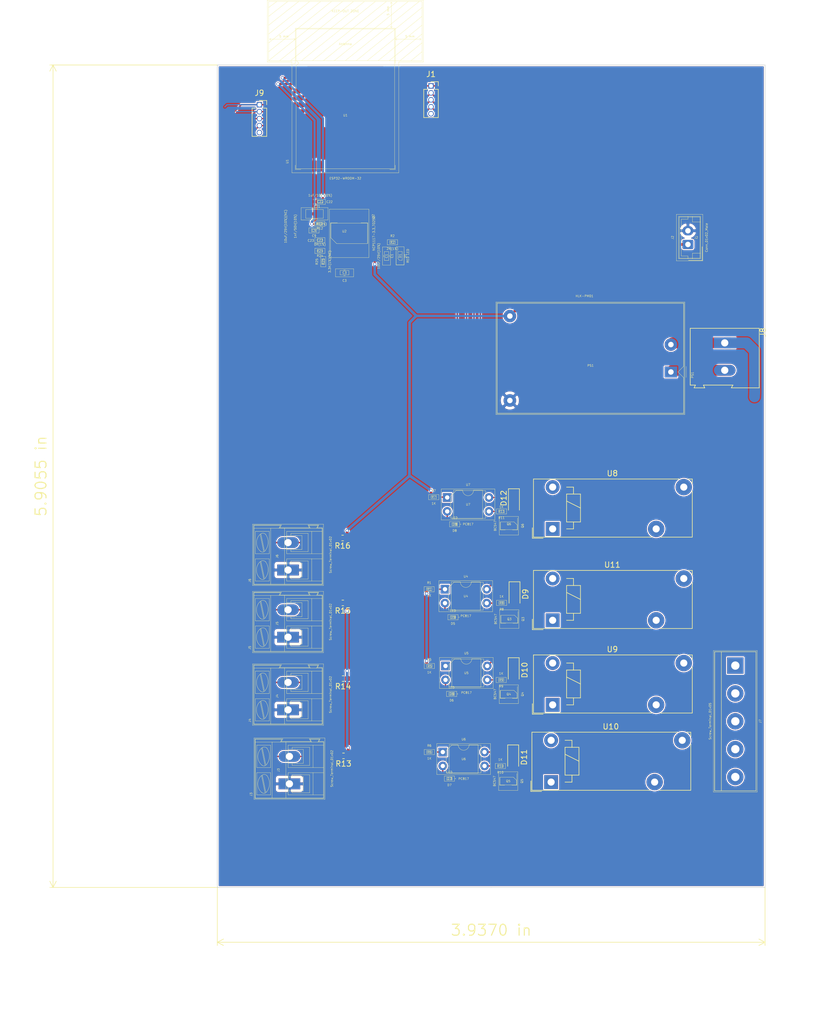
<source format=kicad_pcb>
(kicad_pcb (version 20171130) (host pcbnew "(5.1.5)-3")
  (title_block (title "Eulid IoT") (rev V1) (company "Author: manu S, Sourabh ") (comment 1 Confidential))
  (layers (0 F.Cu signal) (1 Gnd signal) (2 Vdd power) (31 B.Cu signal) (34 B.Paste user) (35 F.Paste user) (36 B.SilkS user) (37 F.SilkS user) (38 B.Mask user) (39 F.Mask user) (44 Edge.Cuts user))
  (net 0 "")
  (net 1 GND)
  (net 2 "Net-(C9-Pad1)")
  (net 3 "Net-(C23-Pad1)")
  (net 4 "Net-(D1-Pad2)")
  (net 5 "Net-(R7-Pad2)")
  (net 6 /TXD0)
  (net 7 /RXD0)
  (net 8 /IO13)
  (net 9 /IO15)
  (net 10 /IO23)
  (net 11 /IO22)
  (net 12 /IO21)
  (net 13 "Net-(U1-Pad32)")
  (net 14 /IO19)
  (net 15 /IO18)
  (net 16 /IO5)
  (net 17 /IO17)
  (net 18 /IO16)
  (net 19 /IO4)
  (net 20 /SD1)
  (net 21 /SD0)
  (net 22 /CLK)
  (net 23 /CMD)
  (net 24 /SD3)
  (net 25 /SD2)
  (net 26 /IO12)
  (net 27 /IO14)
  (net 28 /IO27)
  (net 29 /IO26)
  (net 30 /IO25)
  (net 31 /IO33)
  (net 32 /IO32)
  (net 33 /IO35)
  (net 34 /IO34)
  (net 35 /SENSOR_VN)
  (net 36 /SENSOR_VP)
  (net 37 +5V)
  (net 38 +3V3)
  (net 39 "Net-(D6-Pad2)")
  (net 40 "Net-(D7-Pad2)")
  (net 41 "Net-(D8-Pad2)")
  (net 42 "Net-(D9-Pad2)")
  (net 43 "Net-(D9-Pad1)")
  (net 44 "Net-(D10-Pad2)")
  (net 45 "Net-(D10-Pad1)")
  (net 46 "Net-(D11-Pad2)")
  (net 47 "Net-(D11-Pad1)")
  (net 48 "Net-(D12-Pad2)")
  (net 49 "Net-(D12-Pad1)")
  (net 50 "Net-(Q3-Pad2)")
  (net 51 "Net-(Q4-Pad2)")
  (net 52 "Net-(Q5-Pad2)")
  (net 53 "Net-(Q6-Pad2)")
  (net 54 "Net-(R1-Pad2)")
  (net 55 "Net-(R5-Pad2)")
  (net 56 "Net-(R6-Pad2)")
  (net 57 "Net-(R8-Pad2)")
  (net 58 "Net-(R9-Pad2)")
  (net 59 "Net-(R10-Pad2)")
  (net 60 "Net-(R11-Pad2)")
  (net 61 "Net-(U1-Pad25)")
  (net 62 "Net-(U1-Pad24)")
  (net 63 "Net-(D5-Pad2)")
  (net 64 "Net-(J7-Pad5)")
  (net 65 "Net-(J7-Pad4)")
  (net 66 "Net-(J7-Pad1)")
  (net 67 "Net-(J7-Pad3)")
  (net 68 "Net-(J7-Pad2)")
  (net 69 "Net-(J8-Pad2)")
  (net 70 "Net-(J8-Pad1)")
  (net 71 "Net-(J1-Pad5)")
  (net 72 "Net-(J9-Pad5)")
  (module Connector_PinSocket_1.27mm:PinSocket_1x05_P1.27mm_Vertical (layer F.Cu) (at 60.68 28.24)
    (fp_text reference J9 (at 0 -2.135) (layer F.SilkS))
    (fp_text value Conn_01x05_Male)
    (pad 5 thru_hole oval (at 0 5.08) (size 1 1) (drill 0.7) (layers *.Cu *.Mask) (net 72 "Net-(J9-Pad5)"))
    (pad 4 thru_hole oval (at 0 3.81) (size 1 1) (drill 0.7) (layers *.Cu *.Mask) (net 31 /IO33))
    (pad 3 thru_hole oval (at 0 2.54) (size 1 1) (drill 0.7) (layers *.Cu *.Mask) (net 32 /IO32))
    (pad 2 thru_hole oval (at 0 1.27) (size 1 1) (drill 0.7) (layers *.Cu *.Mask) (net 33 /IO35))
    (pad 1 thru_hole rect (at 0 0) (size 1 1) (drill 0.7) (layers *.Cu *.Mask) (net 34 /IO34))
  )
  (module Capacitor_SMD:C_0402_1005Metric (layer F.Cu) (at 71.785 45.94 180)
    (fp_text reference C22 (at -1.685 -0.03) (layer F.SilkS) (effects (font (size 0.4 0.4) (thickness 0.05))))
    (fp_text value "1uF/10V(10%)" (at 0 1.17) (layer F.SilkS) (effects (font (size 0.4 0.4) (thickness 0.05))))
    (fp_text user %R (at 0 0) (layer F.SilkS) (effects (font (size 0.4 0.4) (thickness 0.05))))
    (pad 1 smd roundrect (at -0.485 0 180) (size 0.59 0.64) (layers F.Cu F.Paste F.Mask) (net 38 +3V3))
    (pad 2 smd roundrect (at 0.485 0 180) (size 0.59 0.64) (layers F.Cu F.Paste F.Mask) (net 1 GND))
  )
  (module Connector_PinSocket_1.27mm:PinSocket_1x05_P1.27mm_Vertical (layer F.Cu) (at 92.01 24.81)
    (fp_text reference J1 (at 0 -2.135) (layer F.SilkS))
    (fp_text value Conn_01x05_Male)
    (pad 5 thru_hole oval (at 0 5.08) (size 1 1) (drill 0.7) (layers *.Cu *.Mask) (net 71 "Net-(J1-Pad5)"))
    (pad 4 thru_hole oval (at 0 3.81) (size 1 1) (drill 0.7) (layers *.Cu *.Mask) (net 14 /IO19))
    (pad 3 thru_hole oval (at 0 2.54) (size 1 1) (drill 0.7) (layers *.Cu *.Mask) (net 12 /IO21))
    (pad 2 thru_hole oval (at 0 1.27) (size 1 1) (drill 0.7) (layers *.Cu *.Mask) (net 11 /IO22))
    (pad 1 thru_hole rect (at 0 0) (size 1 1) (drill 0.7) (layers *.Cu *.Mask) (net 10 /IO23))
  )
  (module Resistor_SMD:R_0603_1608Metric (layer F.Cu) (at 75.8725 107.26 180)
    (fp_text reference R16 (at 0 -1.43) (layer F.SilkS))
    (fp_text value 10k)
    (pad 2 smd roundrect (at 0.7875 0 180) (size 0.875 0.95) (layers F.Cu F.Paste F.Mask) (net 31 /IO33))
    (pad 1 smd roundrect (at -0.7875 0 180) (size 0.875 0.95) (layers F.Cu F.Paste F.Mask) (net 37 +5V))
  )
  (module Resistor_SMD:R_0603_1608Metric (layer F.Cu) (at 75.91 119.11 180)
    (fp_text reference R15 (at 0 -1.43) (layer F.SilkS))
    (fp_text value 10k)
    (pad 2 smd roundrect (at 0.7875 0 180) (size 0.875 0.95) (layers F.Cu F.Paste F.Mask) (net 32 /IO32))
    (pad 1 smd roundrect (at -0.7875 0 180) (size 0.875 0.95) (layers F.Cu F.Paste F.Mask) (net 37 +5V))
  )
  (module Resistor_SMD:R_0603_1608Metric (layer F.Cu) (at 75.9475 132.91 180)
    (fp_text reference R14 (at 0 -1.43) (layer F.SilkS))
    (fp_text value 10k)
    (pad 2 smd roundrect (at 0.7875 0 180) (size 0.875 0.95) (layers F.Cu F.Paste F.Mask) (net 33 /IO35))
    (pad 1 smd roundrect (at -0.7875 0 180) (size 0.875 0.95) (layers F.Cu F.Paste F.Mask) (net 37 +5V))
  )
  (module Resistor_SMD:R_0603_1608Metric_Pad1.05x0.95mm_HandSolder (layer F.Cu) (at 76.035 147.01 180)
    (fp_text reference R13 (at 0 -1.43) (layer F.SilkS))
    (fp_text value 10k)
    (pad 2 smd roundrect (at 0.875 0 180) (size 1.05 0.95) (layers F.Cu F.Paste F.Mask) (net 34 /IO34))
    (pad 1 smd roundrect (at -0.875 0 180) (size 1.05 0.95) (layers F.Cu F.Paste F.Mask) (net 37 +5V))
  )
  (module Diode_SMD:D_SOD-123 (layer F.Cu) (at 107.15 100.54 270)
    (fp_text reference D12 (at -0.53 1.86 90) (layer F.SilkS))
    (fp_text value 1N4007)
    (pad 2 smd rect (at 1.65 0 270) (size 0.9 1.2) (layers F.Cu F.Paste F.Mask) (net 48 "Net-(D12-Pad2)"))
    (pad 1 smd rect (at -1.65 0 270) (size 0.9 1.2) (layers F.Cu F.Paste F.Mask) (net 49 "Net-(D12-Pad1)"))
  )
  (module Diode_SMD:D_SOD-123 (layer F.Cu) (at 107.01 147.26 270)
    (fp_text reference D11 (at 0 -2 90) (layer F.SilkS))
    (fp_text value 1N4007)
    (pad 2 smd rect (at 1.65 0 270) (size 0.9 1.2) (layers F.Cu F.Paste F.Mask) (net 46 "Net-(D11-Pad2)"))
    (pad 1 smd rect (at -1.65 0 270) (size 0.9 1.2) (layers F.Cu F.Paste F.Mask) (net 47 "Net-(D11-Pad1)"))
  )
  (module Diode_SMD:D_SOD-123 (layer F.Cu) (at 107.11 131.36 270)
    (fp_text reference D10 (at 0 -2 90) (layer F.SilkS))
    (fp_text value 1N4007)
    (pad 2 smd rect (at 1.65 0 270) (size 0.9 1.2) (layers F.Cu F.Paste F.Mask) (net 44 "Net-(D10-Pad2)"))
    (pad 1 smd rect (at -1.65 0 270) (size 0.9 1.2) (layers F.Cu F.Paste F.Mask) (net 45 "Net-(D10-Pad1)"))
  )
  (module Diode_SMD:D_SOD-123 (layer F.Cu) (at 107.26 117.51 270)
    (fp_text reference D9 (at 0 -2 90) (layer F.SilkS))
    (fp_text value 1N4007)
    (pad 2 smd rect (at 1.65 0 270) (size 0.9 1.2) (layers F.Cu F.Paste F.Mask) (net 42 "Net-(D9-Pad2)"))
    (pad 1 smd rect (at -1.65 0 270) (size 0.9 1.2) (layers F.Cu F.Paste F.Mask) (net 43 "Net-(D9-Pad1)"))
  )
  (module Relay_THT:Relay_1-Form-A_Schrack-RYII_RM5mm (layer F.Cu) (at 114.22 122.28)
    (fp_text reference U11 (at 10.9 -10.12) (layer F.SilkS))
    (fp_text value RZ03-1A3-D005)
    (pad 11 thru_hole circle (at 18.9 0) (size 3 3) (drill 1.3) (layers *.Cu *.Mask) (net 67 "Net-(J7-Pad3)"))
    (pad 14 thru_hole circle (at 23.94 -7.62) (size 3 3) (drill 1.3) (layers *.Cu *.Mask))
    (pad A1 thru_hole rect (at 0 0) (size 2.54 2.54) (drill 1.3) (layers *.Cu *.Mask))
    (pad A2 thru_hole circle (at 0 -7.62) (size 2.54 2.54) (drill 1.3) (layers *.Cu *.Mask))
  )
  (module Relay_THT:Relay_1-Form-A_Schrack-RYII_RM5mm (layer F.Cu) (at 113.94 151.79)
    (fp_text reference U10 (at 10.9 -10.12) (layer F.SilkS))
    (fp_text value RZ03-1A3-D005)
    (pad 11 thru_hole circle (at 18.9 0) (size 3 3) (drill 1.3) (layers *.Cu *.Mask) (net 64 "Net-(J7-Pad5)"))
    (pad 14 thru_hole circle (at 23.94 -7.62) (size 3 3) (drill 1.3) (layers *.Cu *.Mask))
    (pad A1 thru_hole rect (at 0 0) (size 2.54 2.54) (drill 1.3) (layers *.Cu *.Mask))
    (pad A2 thru_hole circle (at 0 -7.62) (size 2.54 2.54) (drill 1.3) (layers *.Cu *.Mask))
  )
  (module Relay_THT:Relay_1-Form-A_Schrack-RYII_RM5mm (layer F.Cu) (at 114.22 137.7)
    (fp_text reference U9 (at 10.9 -10.12) (layer F.SilkS))
    (fp_text value RZ03-1A3-D005)
    (pad 11 thru_hole circle (at 18.9 0) (size 3 3) (drill 1.3) (layers *.Cu *.Mask) (net 65 "Net-(J7-Pad4)"))
    (pad 14 thru_hole circle (at 23.94 -7.62) (size 3 3) (drill 1.3) (layers *.Cu *.Mask))
    (pad A1 thru_hole rect (at 0 0) (size 2.54 2.54) (drill 1.3) (layers *.Cu *.Mask))
    (pad A2 thru_hole circle (at 0 -7.62) (size 2.54 2.54) (drill 1.3) (layers *.Cu *.Mask))
  )
  (module Relay_THT:Relay_1-Form-A_Schrack-RYII_RM5mm (layer F.Cu) (at 114.22 105.61)
    (fp_text reference U8 (at 10.9 -10.12) (layer F.SilkS))
    (fp_text value RZ03-1A3-D005)
    (pad 11 thru_hole circle (at 18.9 0) (size 3 3) (drill 1.3) (layers *.Cu *.Mask) (net 68 "Net-(J7-Pad2)"))
    (pad 14 thru_hole circle (at 23.94 -7.62) (size 3 3) (drill 1.3) (layers *.Cu *.Mask))
    (pad A1 thru_hole rect (at 0 0) (size 2.54 2.54) (drill 1.3) (layers *.Cu *.Mask))
    (pad A2 thru_hole circle (at 0 -7.62) (size 2.54 2.54) (drill 1.3) (layers *.Cu *.Mask))
  )
  (module TerminalBlock:TerminalBlock_Altech_AK300-2_P5.00mm (layer F.Cu) (at 145.64 71.68 270)
    (fp_text reference J8 (at -1.92 -6.99 90) (layer F.SilkS))
    (fp_text value Screw_Terminal_01x02)
    (pad 2 thru_hole oval (at 5 0 270) (size 1.98 3.96) (drill 1.32) (layers *.Cu *.Mask) (net 69 "Net-(J8-Pad2)"))
    (pad 1 thru_hole rect (at 0 0 270) (size 1.98 3.96) (drill 1.32) (layers *.Cu *.Mask) (net 70 "Net-(J8-Pad1)"))
  )
  (module TerminalBlock:TerminalBlock_bornier-5_P5.08mm (layer F.Cu) (at 147.57 130.54 270)
    (fp_text reference J7 (at 10.15 -4.55 90) (layer F.SilkS) (effects (font (size 0.4 0.4) (thickness 0.05))))
    (fp_text value Screw_Terminal_01x05 (at 10.15 4.6 90) (layer F.SilkS) (effects (font (size 0.4 0.4) (thickness 0.05))))
    (fp_text user %R (at 10.16 0 90) (layer F.SilkS) (effects (font (size 0.4 0.4) (thickness 0.05))))
    (pad 5 thru_hole circle (at 20.32 0 270) (size 3 3) (drill 1.52) (layers *.Cu *.Mask) (net 64 "Net-(J7-Pad5)"))
    (pad 4 thru_hole circle (at 15.24 0 270) (size 3 3) (drill 1.52) (layers *.Cu *.Mask) (net 65 "Net-(J7-Pad4)"))
    (pad 1 thru_hole rect (at 0 0 270) (size 3 3) (drill 1.52) (layers *.Cu *.Mask) (net 66 "Net-(J7-Pad1)"))
    (pad 3 thru_hole circle (at 10.16 0 270) (size 3 3) (drill 1.52) (layers *.Cu *.Mask) (net 67 "Net-(J7-Pad3)"))
    (pad 2 thru_hole circle (at 5.08 0 270) (size 3 3) (drill 1.52) (layers *.Cu *.Mask) (net 68 "Net-(J7-Pad2)"))
  )
  (module TerminalBlock:TerminalBlock_Altech_AK300-2_P5.00mm (layer F.Cu) (at 65.91 113.11 90)
    (fp_text reference J6 (at -1.92 -6.99 90) (layer F.SilkS) (effects (font (size 0.4 0.4) (thickness 0.05))))
    (fp_text value Screw_Terminal_01x02 (at 2.78 7.75 90) (layer F.SilkS) (effects (font (size 0.4 0.4) (thickness 0.05))))
    (fp_text user %R (at 2.5 -2 90) (layer F.SilkS) (effects (font (size 0.4 0.4) (thickness 0.05))))
    (pad 2 thru_hole oval (at 5 0 90) (size 1.98 3.96) (drill 1.32) (layers *.Cu *.Mask) (net 31 /IO33))
    (pad 1 thru_hole rect (at 0 0 90) (size 1.98 3.96) (drill 1.32) (layers *.Cu *.Mask) (net 1 GND))
  )
  (module TerminalBlock:TerminalBlock_Altech_AK300-2_P5.00mm (layer F.Cu) (at 65.91 125.36 90)
    (fp_text reference J5 (at -1.92 -6.99 90) (layer F.SilkS) (effects (font (size 0.4 0.4) (thickness 0.05))))
    (fp_text value Screw_Terminal_01x02 (at 2.78 7.75 90) (layer F.SilkS) (effects (font (size 0.4 0.4) (thickness 0.05))))
    (fp_text user %R (at 2.5 -2 90) (layer F.SilkS) (effects (font (size 0.4 0.4) (thickness 0.05))))
    (pad 2 thru_hole oval (at 5 0 90) (size 1.98 3.96) (drill 1.32) (layers *.Cu *.Mask) (net 32 /IO32))
    (pad 1 thru_hole rect (at 0 0 90) (size 1.98 3.96) (drill 1.32) (layers *.Cu *.Mask) (net 1 GND))
  )
  (module TerminalBlock:TerminalBlock_Altech_AK300-2_P5.00mm (layer F.Cu) (at 65.91 138.61 90)
    (fp_text reference J4 (at -1.92 -6.99 90) (layer F.SilkS) (effects (font (size 0.4 0.4) (thickness 0.05))))
    (fp_text value Screw_Terminal_01x02 (at 2.78 7.75 90) (layer F.SilkS) (effects (font (size 0.4 0.4) (thickness 0.05))))
    (fp_text user %R (at 2.5 -2 90) (layer F.SilkS) (effects (font (size 0.4 0.4) (thickness 0.05))))
    (pad 2 thru_hole oval (at 5 0 90) (size 1.98 3.96) (drill 1.32) (layers *.Cu *.Mask) (net 33 /IO35))
    (pad 1 thru_hole rect (at 0 0 90) (size 1.98 3.96) (drill 1.32) (layers *.Cu *.Mask) (net 1 GND))
  )
  (module TerminalBlock:TerminalBlock_Altech_AK300-2_P5.00mm (layer F.Cu) (at 66.16 152.11 90)
    (fp_text reference J3 (at -1.92 -6.99 90) (layer F.SilkS) (effects (font (size 0.4 0.4) (thickness 0.05))))
    (fp_text value Screw_Terminal_01x02 (at 2.78 7.75 90) (layer F.SilkS) (effects (font (size 0.4 0.4) (thickness 0.05))))
    (fp_text user %R (at 2.5 -2 90) (layer F.SilkS) (effects (font (size 0.4 0.4) (thickness 0.05))))
    (pad 2 thru_hole oval (at 5 0 90) (size 1.98 3.96) (drill 1.32) (layers *.Cu *.Mask) (net 34 /IO34))
    (pad 1 thru_hole rect (at 0 0 90) (size 1.98 3.96) (drill 1.32) (layers *.Cu *.Mask) (net 1 GND))
  )
  (module LED_SMD:LED_0402_1005Metric (layer F.Cu) (at 96.025 121.71 180)
    (fp_text reference D5 (at 0 -1.17) (layer F.SilkS) (effects (font (size 0.4 0.4) (thickness 0.05))))
    (fp_text value LED (at 0 1.17) (layer F.SilkS) (effects (font (size 0.4 0.4) (thickness 0.05))))
    (fp_text user %R (at 0 0) (layer F.SilkS) (effects (font (size 0.4 0.4) (thickness 0.05))))
    (pad 2 smd roundrect (at 0.485 0 180) (size 0.59 0.64) (layers F.Cu F.Paste F.Mask) (net 63 "Net-(D5-Pad2)"))
    (pad 1 smd roundrect (at -0.485 0 180) (size 0.59 0.64) (layers F.Cu F.Paste F.Mask) (net 12 /IO21))
  )
  (module Package_DIP:DIP-4_W7.62mm (layer F.Cu) (at 94.97 99.88)
    (fp_text reference U7 (at 3.81 -2.33) (layer F.SilkS) (effects (font (size 0.4 0.4) (thickness 0.05))))
    (fp_text value PC817 (at 3.81 4.87) (layer F.SilkS) (effects (font (size 0.4 0.4) (thickness 0.05))))
    (fp_text user %R (at 3.81 1.27) (layer F.SilkS) (effects (font (size 0.4 0.4) (thickness 0.05))))
    (pad 4 thru_hole oval (at 7.62 0) (size 1.6 1.6) (drill 0.8) (layers *.Cu *.Mask) (net 49 "Net-(D12-Pad1)"))
    (pad 2 thru_hole oval (at 0 2.54) (size 1.6 1.6) (drill 0.8) (layers *.Cu *.Mask) (net 41 "Net-(D8-Pad2)"))
    (pad 3 thru_hole oval (at 7.62 2.54) (size 1.6 1.6) (drill 0.8) (layers *.Cu *.Mask) (net 60 "Net-(R11-Pad2)"))
    (pad 1 thru_hole rect (at 0 0) (size 1.6 1.6) (drill 0.8) (layers *.Cu *.Mask) (net 5 "Net-(R7-Pad2)"))
  )
  (module Package_DIP:DIP-4_W7.62mm (layer F.Cu) (at 94.16 146.31)
    (fp_text reference U6 (at 3.81 -2.33) (layer F.SilkS) (effects (font (size 0.4 0.4) (thickness 0.05))))
    (fp_text value PC817 (at 3.81 4.87) (layer F.SilkS) (effects (font (size 0.4 0.4) (thickness 0.05))))
    (fp_text user %R (at 3.81 1.27) (layer F.SilkS) (effects (font (size 0.4 0.4) (thickness 0.05))))
    (pad 4 thru_hole oval (at 7.62 0) (size 1.6 1.6) (drill 0.8) (layers *.Cu *.Mask) (net 47 "Net-(D11-Pad1)"))
    (pad 2 thru_hole oval (at 0 2.54) (size 1.6 1.6) (drill 0.8) (layers *.Cu *.Mask) (net 40 "Net-(D7-Pad2)"))
    (pad 3 thru_hole oval (at 7.62 2.54) (size 1.6 1.6) (drill 0.8) (layers *.Cu *.Mask) (net 59 "Net-(R10-Pad2)"))
    (pad 1 thru_hole rect (at 0 0) (size 1.6 1.6) (drill 0.8) (layers *.Cu *.Mask) (net 56 "Net-(R6-Pad2)"))
  )
  (module Package_DIP:DIP-4_W7.62mm (layer F.Cu) (at 94.66 130.61)
    (fp_text reference U5 (at 3.81 -2.33) (layer F.SilkS) (effects (font (size 0.4 0.4) (thickness 0.05))))
    (fp_text value PC817 (at 3.81 4.87) (layer F.SilkS) (effects (font (size 0.4 0.4) (thickness 0.05))))
    (fp_text user %R (at 3.81 1.27) (layer F.SilkS) (effects (font (size 0.4 0.4) (thickness 0.05))))
    (pad 4 thru_hole oval (at 7.62 0) (size 1.6 1.6) (drill 0.8) (layers *.Cu *.Mask) (net 45 "Net-(D10-Pad1)"))
    (pad 2 thru_hole oval (at 0 2.54) (size 1.6 1.6) (drill 0.8) (layers *.Cu *.Mask) (net 39 "Net-(D6-Pad2)"))
    (pad 3 thru_hole oval (at 7.62 2.54) (size 1.6 1.6) (drill 0.8) (layers *.Cu *.Mask) (net 58 "Net-(R9-Pad2)"))
    (pad 1 thru_hole rect (at 0 0) (size 1.6 1.6) (drill 0.8) (layers *.Cu *.Mask) (net 55 "Net-(R5-Pad2)"))
  )
  (module Package_DIP:DIP-4_W7.62mm (layer F.Cu) (at 94.56 116.61)
    (fp_text reference U4 (at 3.81 -2.33) (layer F.SilkS) (effects (font (size 0.4 0.4) (thickness 0.05))))
    (fp_text value PC817 (at 3.81 4.87) (layer F.SilkS) (effects (font (size 0.4 0.4) (thickness 0.05))))
    (fp_text user %R (at 3.81 1.27) (layer F.SilkS) (effects (font (size 0.4 0.4) (thickness 0.05))))
    (pad 4 thru_hole oval (at 7.62 0) (size 1.6 1.6) (drill 0.8) (layers *.Cu *.Mask) (net 43 "Net-(D9-Pad1)"))
    (pad 2 thru_hole oval (at 0 2.54) (size 1.6 1.6) (drill 0.8) (layers *.Cu *.Mask) (net 63 "Net-(D5-Pad2)"))
    (pad 3 thru_hole oval (at 7.62 2.54) (size 1.6 1.6) (drill 0.8) (layers *.Cu *.Mask) (net 57 "Net-(R8-Pad2)"))
    (pad 1 thru_hole rect (at 0 0) (size 1.6 1.6) (drill 0.8) (layers *.Cu *.Mask) (net 54 "Net-(R1-Pad2)"))
  )
  (module Resistor_SMD:R_0402_1005Metric (layer F.Cu) (at 104.885 102.42 180)
    (fp_text reference R11 (at 0 -1.17) (layer F.SilkS) (effects (font (size 0.4 0.4) (thickness 0.05))))
    (fp_text value 1K (at 0.015 0.81) (layer F.SilkS) (effects (font (size 0.4 0.4) (thickness 0.05))))
    (fp_text user %R (at 0 0) (layer F.SilkS) (effects (font (size 0.4 0.4) (thickness 0.05))))
    (pad 2 smd roundrect (at 0.485 0 180) (size 0.59 0.64) (layers F.Cu F.Paste F.Mask) (net 60 "Net-(R11-Pad2)"))
    (pad 1 smd roundrect (at -0.485 0 180) (size 0.59 0.64) (layers F.Cu F.Paste F.Mask) (net 53 "Net-(Q6-Pad2)"))
  )
  (module Resistor_SMD:R_0402_1005Metric (layer F.Cu) (at 104.675 148.86 180)
    (fp_text reference R10 (at 0 -1.17) (layer F.SilkS) (effects (font (size 0.4 0.4) (thickness 0.05))))
    (fp_text value 1K (at 0 1.17) (layer F.SilkS) (effects (font (size 0.4 0.4) (thickness 0.05))))
    (fp_text user %R (at 0 0) (layer F.SilkS) (effects (font (size 0.4 0.4) (thickness 0.05))))
    (pad 2 smd roundrect (at 0.485 0 180) (size 0.59 0.64) (layers F.Cu F.Paste F.Mask) (net 59 "Net-(R10-Pad2)"))
    (pad 1 smd roundrect (at -0.485 0 180) (size 0.59 0.64) (layers F.Cu F.Paste F.Mask) (net 52 "Net-(Q5-Pad2)"))
  )
  (module Resistor_SMD:R_0402_1005Metric (layer F.Cu) (at 104.825 133.16 180)
    (fp_text reference R9 (at 0 -1.17) (layer F.SilkS) (effects (font (size 0.4 0.4) (thickness 0.05))))
    (fp_text value 1K (at 0 1.17) (layer F.SilkS) (effects (font (size 0.4 0.4) (thickness 0.05))))
    (fp_text user %R (at 0 0) (layer F.SilkS) (effects (font (size 0.4 0.4) (thickness 0.05))))
    (pad 2 smd roundrect (at 0.485 0 180) (size 0.59 0.64) (layers F.Cu F.Paste F.Mask) (net 58 "Net-(R9-Pad2)"))
    (pad 1 smd roundrect (at -0.485 0 180) (size 0.59 0.64) (layers F.Cu F.Paste F.Mask) (net 51 "Net-(Q4-Pad2)"))
  )
  (module Resistor_SMD:R_0402_1005Metric (layer F.Cu) (at 104.895 119.11 180)
    (fp_text reference R8 (at 0 -1.17) (layer F.SilkS) (effects (font (size 0.4 0.4) (thickness 0.05))))
    (fp_text value 1K (at 0 1.17) (layer F.SilkS) (effects (font (size 0.4 0.4) (thickness 0.05))))
    (fp_text user %R (at 0 0) (layer F.SilkS) (effects (font (size 0.4 0.4) (thickness 0.05))))
    (pad 2 smd roundrect (at 0.485 0 180) (size 0.59 0.64) (layers F.Cu F.Paste F.Mask) (net 57 "Net-(R8-Pad2)"))
    (pad 1 smd roundrect (at -0.485 0 180) (size 0.59 0.64) (layers F.Cu F.Paste F.Mask) (net 50 "Net-(Q3-Pad2)"))
  )
  (module Resistor_SMD:R_0402_1005Metric (layer F.Cu) (at 92.51 99.81)
    (fp_text reference R7 (at 0 -1.17) (layer F.SilkS) (effects (font (size 0.4 0.4) (thickness 0.05))))
    (fp_text value 1K (at 0 1.17) (layer F.SilkS) (effects (font (size 0.4 0.4) (thickness 0.05))))
    (fp_text user %R (at 0 0) (layer F.SilkS) (effects (font (size 0.4 0.4) (thickness 0.05))))
    (pad 2 smd roundrect (at 0.485 0) (size 0.59 0.64) (layers F.Cu F.Paste F.Mask) (net 5 "Net-(R7-Pad2)"))
    (pad 1 smd roundrect (at -0.485 0) (size 0.59 0.64) (layers F.Cu F.Paste F.Mask) (net 37 +5V))
  )
  (module Resistor_SMD:R_0402_1005Metric (layer F.Cu) (at 91.71 146.31)
    (fp_text reference R6 (at 0 -1.17) (layer F.SilkS) (effects (font (size 0.4 0.4) (thickness 0.05))))
    (fp_text value 1K (at 0 1.17) (layer F.SilkS) (effects (font (size 0.4 0.4) (thickness 0.05))))
    (fp_text user %R (at 0 0) (layer F.SilkS) (effects (font (size 0.4 0.4) (thickness 0.05))))
    (pad 2 smd roundrect (at 0.485 0) (size 0.59 0.64) (layers F.Cu F.Paste F.Mask) (net 56 "Net-(R6-Pad2)"))
    (pad 1 smd roundrect (at -0.485 0) (size 0.59 0.64) (layers F.Cu F.Paste F.Mask) (net 37 +5V))
  )
  (module Resistor_SMD:R_0402_1005Metric (layer F.Cu) (at 91.71 130.61)
    (fp_text reference R5 (at 0 -1.17) (layer F.SilkS) (effects (font (size 0.4 0.4) (thickness 0.05))))
    (fp_text value 1K (at 0 1.17) (layer F.SilkS) (effects (font (size 0.4 0.4) (thickness 0.05))))
    (fp_text user %R (at 0.06 0.07) (layer F.SilkS) (effects (font (size 0.4 0.4) (thickness 0.05))))
    (pad 2 smd roundrect (at 0.485 0) (size 0.59 0.64) (layers F.Cu F.Paste F.Mask) (net 55 "Net-(R5-Pad2)"))
    (pad 1 smd roundrect (at -0.485 0) (size 0.59 0.64) (layers F.Cu F.Paste F.Mask) (net 37 +5V))
  )
  (module Resistor_SMD:R_0402_1005Metric (layer F.Cu) (at 91.675 116.61)
    (fp_text reference R1 (at 0 -1.17) (layer F.SilkS) (effects (font (size 0.4 0.4) (thickness 0.05))))
    (fp_text value 1K (at 0 1.17) (layer F.SilkS) (effects (font (size 0.4 0.4) (thickness 0.05))))
    (fp_text user %R (at 0 0) (layer F.SilkS) (effects (font (size 0.4 0.4) (thickness 0.05))))
    (pad 2 smd roundrect (at 0.485 0) (size 0.59 0.64) (layers F.Cu F.Paste F.Mask) (net 54 "Net-(R1-Pad2)"))
    (pad 1 smd roundrect (at -0.485 0) (size 0.59 0.64) (layers F.Cu F.Paste F.Mask) (net 37 +5V))
  )
  (module Package_TO_SOT_SMD:SOT-23 (layer F.Cu) (at 106.23 105.04 270)
    (fp_text reference Q6 (at 0 -2.5 90) (layer F.SilkS) (effects (font (size 0.4 0.4) (thickness 0.05))))
    (fp_text value BC547 (at 0 2.5 90) (layer F.SilkS) (effects (font (size 0.4 0.4) (thickness 0.05))))
    (fp_text user %R (at -0.32 -0.01) (layer F.SilkS) (effects (font (size 0.4 0.4) (thickness 0.05))))
    (pad 3 smd rect (at 1 0 270) (size 0.9 0.8) (layers F.Cu F.Paste F.Mask) (net 1 GND))
    (pad 2 smd rect (at -1 0.95 270) (size 0.9 0.8) (layers F.Cu F.Paste F.Mask) (net 53 "Net-(Q6-Pad2)"))
    (pad 1 smd rect (at -1 -0.95 270) (size 0.9 0.8) (layers F.Cu F.Paste F.Mask) (net 48 "Net-(D12-Pad2)"))
  )
  (module Package_TO_SOT_SMD:SOT-23 (layer F.Cu) (at 106.11 151.61 270)
    (fp_text reference Q5 (at 0 -2.5 90) (layer F.SilkS) (effects (font (size 0.4 0.4) (thickness 0.05))))
    (fp_text value BC547 (at 0 2.5 90) (layer F.SilkS) (effects (font (size 0.4 0.4) (thickness 0.05))))
    (fp_text user %R (at 0 0) (layer F.SilkS) (effects (font (size 0.4 0.4) (thickness 0.05))))
    (pad 3 smd rect (at 1 0 270) (size 0.9 0.8) (layers F.Cu F.Paste F.Mask) (net 1 GND))
    (pad 2 smd rect (at -1 0.95 270) (size 0.9 0.8) (layers F.Cu F.Paste F.Mask) (net 52 "Net-(Q5-Pad2)"))
    (pad 1 smd rect (at -1 -0.95 270) (size 0.9 0.8) (layers F.Cu F.Paste F.Mask) (net 46 "Net-(D11-Pad2)"))
  )
  (module Package_TO_SOT_SMD:SOT-23 (layer F.Cu) (at 106.21 135.76 270)
    (fp_text reference Q4 (at 0 -2.5 90) (layer F.SilkS) (effects (font (size 0.4 0.4) (thickness 0.05))))
    (fp_text value BC547 (at 0 2.5 90) (layer F.SilkS) (effects (font (size 0.4 0.4) (thickness 0.05))))
    (fp_text user %R (at 0 0) (layer F.SilkS) (effects (font (size 0.4 0.4) (thickness 0.05))))
    (pad 3 smd rect (at 1 0 270) (size 0.9 0.8) (layers F.Cu F.Paste F.Mask) (net 1 GND))
    (pad 2 smd rect (at -1 0.95 270) (size 0.9 0.8) (layers F.Cu F.Paste F.Mask) (net 51 "Net-(Q4-Pad2)"))
    (pad 1 smd rect (at -1 -0.95 270) (size 0.9 0.8) (layers F.Cu F.Paste F.Mask) (net 44 "Net-(D10-Pad2)"))
  )
  (module Package_TO_SOT_SMD:SOT-23 (layer F.Cu) (at 106.31 122.06 270)
    (fp_text reference Q3 (at 0 -2.5 90) (layer F.SilkS) (effects (font (size 0.4 0.4) (thickness 0.05))))
    (fp_text value BC547 (at 0 2.5 90) (layer F.SilkS) (effects (font (size 0.4 0.4) (thickness 0.05))))
    (fp_text user %R (at 0 0) (layer F.SilkS) (effects (font (size 0.4 0.4) (thickness 0.05))))
    (pad 3 smd rect (at 1 0 270) (size 0.9 0.8) (layers F.Cu F.Paste F.Mask) (net 1 GND))
    (pad 2 smd rect (at -1 0.95 270) (size 0.9 0.8) (layers F.Cu F.Paste F.Mask) (net 50 "Net-(Q3-Pad2)"))
    (pad 1 smd rect (at -1 -0.95 270) (size 0.9 0.8) (layers F.Cu F.Paste F.Mask) (net 42 "Net-(D9-Pad2)"))
  )
  (module Converter_ACDC:Converter_ACDC_HiLink_HLK-PMxx (layer F.Cu) (at 135.81 76.99 180)
    (fp_text reference PS1 (at -3.94 -0.55 90) (layer F.SilkS) (effects (font (size 0.4 0.4) (thickness 0.05))))
    (fp_text value HLK-PM01 (at 15.79 13.85) (layer F.SilkS) (effects (font (size 0.4 0.4) (thickness 0.05))))
    (fp_text user %R (at 14.68 1.17) (layer F.SilkS) (effects (font (size 0.4 0.4) (thickness 0.05))))
    (pad 4 thru_hole circle (at 29.4 10.2 180) (size 2.3 2.3) (drill 1) (layers *.Cu *.Mask) (net 37 +5V))
    (pad 2 thru_hole circle (at 0 5 180) (size 2.3 2.3) (drill 1) (layers *.Cu *.Mask) (net 70 "Net-(J8-Pad1)"))
    (pad 1 thru_hole rect (at 0 0 180) (size 2.3 2) (drill 1) (layers *.Cu *.Mask) (net 69 "Net-(J8-Pad2)"))
    (pad 3 thru_hole circle (at 29.4 -5.2 180) (size 2.3 2.3) (drill 1) (layers *.Cu *.Mask) (net 1 GND))
  )
  (module LED_SMD:LED_0402_1005Metric (layer F.Cu) (at 96.325 104.76 180)
    (fp_text reference D8 (at 0 -1.17) (layer F.SilkS) (effects (font (size 0.4 0.4) (thickness 0.05))))
    (fp_text value LED (at 0 1.17) (layer F.SilkS) (effects (font (size 0.4 0.4) (thickness 0.05))))
    (fp_text user %R (at 0 0) (layer F.SilkS) (effects (font (size 0.4 0.4) (thickness 0.05))))
    (pad 2 smd roundrect (at 0.485 0 180) (size 0.59 0.64) (layers F.Cu F.Paste F.Mask) (net 41 "Net-(D8-Pad2)"))
    (pad 1 smd roundrect (at -0.485 0 180) (size 0.59 0.64) (layers F.Cu F.Paste F.Mask) (net 14 /IO19))
  )
  (module LED_SMD:LED_0402_1005Metric (layer F.Cu) (at 95.375 151.16 180)
    (fp_text reference D7 (at 0 -1.17) (layer F.SilkS) (effects (font (size 0.4 0.4) (thickness 0.05))))
    (fp_text value LED (at 0 1.17) (layer F.SilkS) (effects (font (size 0.4 0.4) (thickness 0.05))))
    (fp_text user %R (at 0 0) (layer F.SilkS) (effects (font (size 0.4 0.4) (thickness 0.05))))
    (pad 2 smd roundrect (at 0.485 0 180) (size 0.59 0.64) (layers F.Cu F.Paste F.Mask) (net 40 "Net-(D7-Pad2)"))
    (pad 1 smd roundrect (at -0.485 0 180) (size 0.59 0.64) (layers F.Cu F.Paste F.Mask) (net 10 /IO23))
  )
  (module LED_SMD:LED_0402_1005Metric (layer F.Cu) (at 95.775 135.71 180)
    (fp_text reference D6 (at 0 -1.17) (layer F.SilkS) (effects (font (size 0.4 0.4) (thickness 0.05))))
    (fp_text value LED (at 0 1.17) (layer F.SilkS) (effects (font (size 0.4 0.4) (thickness 0.05))))
    (fp_text user %R (at 0 0) (layer F.SilkS) (effects (font (size 0.4 0.4) (thickness 0.05))))
    (pad 2 smd roundrect (at 0.485 0 180) (size 0.59 0.64) (layers F.Cu F.Paste F.Mask) (net 39 "Net-(D6-Pad2)"))
    (pad 1 smd roundrect (at -0.485 0 180) (size 0.59 0.64) (layers F.Cu F.Paste F.Mask) (net 11 /IO22))
  )
  (module Connector_JST:JST_EH_B2B-EH-A_1x02_P2.50mm_Vertical (layer F.Cu) (at 138.92 53.73 90)
    (fp_text reference J2 (at 1.25 -2.8 90) (layer F.SilkS) (effects (font (size 0.4 0.4) (thickness 0.05))))
    (fp_text value Conn_01x02_Male (at 1.25 3.4 90) (layer F.SilkS) (effects (font (size 0.4 0.4) (thickness 0.05))))
    (fp_text user %R (at 1.25 1.5 180) (layer F.SilkS) (effects (font (size 0.4 0.4) (thickness 0.05))))
    (pad 2 thru_hole oval (at 2.5 0 90) (size 1.7 2) (drill 1) (layers *.Cu *.Mask) (net 1 GND))
    (pad 1 thru_hole roundrect (at 0 0 90) (size 1.7 2) (drill 1) (layers *.Cu *.Mask) (roundrect_rratio 0.147059) (net 37 +5V))
  )
  (module Package_TO_SOT_SMD:SOT-223 (layer F.Cu) (at 77.07 51.71 90)
    (fp_text reference U2 (at 3.1 4.4 90) (layer F.SilkS) (effects (font (size 0.4 0.4) (thickness 0.05))))
    (fp_text value NCP1117-3.3_TO252 (at 0 4.5 90) (layer F.SilkS) (effects (font (size 0.4 0.4) (thickness 0.05))))
    (fp_text user %R (at 0.39 -0.88) (layer F.SilkS) (effects (font (size 0.4 0.4) (thickness 0.05))))
    (pad 1 smd rect (at -3.15 -2.3 90) (size 2 1.5) (layers F.Cu F.Paste F.Mask) (net 3 "Net-(C23-Pad1)"))
    (pad 3 smd rect (at -3.15 2.3 90) (size 2 1.5) (layers F.Cu F.Paste F.Mask) (net 37 +5V))
    (pad 2 smd rect (at -3.15 0 90) (size 2 1.5) (layers F.Cu F.Paste F.Mask) (net 38 +3V3))
    (pad 4 smd rect (at 3.15 0 90) (size 2 3.8) (layers F.Cu F.Paste F.Mask))
  )
  (module RF_Module:ESP32-WROOM-32 (layer F.Cu) (at 76.37 30.17)
    (fp_text reference U1 (at -10.61 8.43 90) (layer F.SilkS) (effects (font (size 0.4 0.4) (thickness 0.05))))
    (fp_text value ESP32-WROOM-32 (at 0 11.5) (layer F.SilkS) (effects (font (size 0.4 0.4) (thickness 0.05))))
    (fp_text user "5 mm" (at 7.8 -19.075 90) (layer F.SilkS) (effects (font (size 0.4 0.4) (thickness 0.05))))
    (fp_text user "5 mm" (at -11.2 -14.375) (layer F.SilkS) (effects (font (size 0.4 0.4) (thickness 0.05))))
    (fp_text user "5 mm" (at 11.8 -14.375) (layer F.SilkS) (effects (font (size 0.4 0.4) (thickness 0.05))))
    (fp_text user Antenna (at 0 -13) (layer F.SilkS) (effects (font (size 0.4 0.4) (thickness 0.05))))
    (fp_text user "KEEP-OUT ZONE" (at 0 -19) (layer F.SilkS) (effects (font (size 0.4 0.4) (thickness 0.05))))
    (fp_text user %R (at 0 0) (layer F.SilkS) (effects (font (size 0.4 0.4) (thickness 0.05))))
    (pad 38 smd rect (at 8.5 -8.255) (size 2 0.9) (layers F.Cu F.Paste F.Mask) (net 1 GND))
    (pad 37 smd rect (at 8.5 -6.985) (size 2 0.9) (layers F.Cu F.Paste F.Mask) (net 10 /IO23))
    (pad 36 smd rect (at 8.5 -5.715) (size 2 0.9) (layers F.Cu F.Paste F.Mask) (net 11 /IO22))
    (pad 35 smd rect (at 8.5 -4.445) (size 2 0.9) (layers F.Cu F.Paste F.Mask) (net 6 /TXD0))
    (pad 34 smd rect (at 8.5 -3.175) (size 2 0.9) (layers F.Cu F.Paste F.Mask) (net 7 /RXD0))
    (pad 33 smd rect (at 8.5 -1.905) (size 2 0.9) (layers F.Cu F.Paste F.Mask) (net 12 /IO21))
    (pad 32 smd rect (at 8.5 -0.635) (size 2 0.9) (layers F.Cu F.Paste F.Mask) (net 13 "Net-(U1-Pad32)"))
    (pad 31 smd rect (at 8.5 0.635) (size 2 0.9) (layers F.Cu F.Paste F.Mask) (net 14 /IO19))
    (pad 30 smd rect (at 8.5 1.905) (size 2 0.9) (layers F.Cu F.Paste F.Mask) (net 15 /IO18))
    (pad 29 smd rect (at 8.5 3.175) (size 2 0.9) (layers F.Cu F.Paste F.Mask) (net 16 /IO5))
    (pad 28 smd rect (at 8.5 4.445) (size 2 0.9) (layers F.Cu F.Paste F.Mask) (net 17 /IO17))
    (pad 27 smd rect (at 8.5 5.715) (size 2 0.9) (layers F.Cu F.Paste F.Mask) (net 18 /IO16))
    (pad 26 smd rect (at 8.5 6.985) (size 2 0.9) (layers F.Cu F.Paste F.Mask) (net 19 /IO4))
    (pad 25 smd rect (at 8.5 8.255) (size 2 0.9) (layers F.Cu F.Paste F.Mask) (net 61 "Net-(U1-Pad25)"))
    (pad 24 smd rect (at 5.715 9.255 90) (size 2 0.9) (layers F.Cu F.Paste F.Mask) (net 62 "Net-(U1-Pad24)"))
    (pad 23 smd rect (at 4.445 9.255 90) (size 2 0.9) (layers F.Cu F.Paste F.Mask) (net 9 /IO15))
    (pad 22 smd rect (at 3.175 9.255 90) (size 2 0.9) (layers F.Cu F.Paste F.Mask) (net 20 /SD1))
    (pad 21 smd rect (at 1.905 9.255 90) (size 2 0.9) (layers F.Cu F.Paste F.Mask) (net 21 /SD0))
    (pad 20 smd rect (at 0.635 9.255 90) (size 2 0.9) (layers F.Cu F.Paste F.Mask) (net 22 /CLK))
    (pad 19 smd rect (at -0.635 9.255 90) (size 2 0.9) (layers F.Cu F.Paste F.Mask) (net 23 /CMD))
    (pad 18 smd rect (at -1.905 9.255 90) (size 2 0.9) (layers F.Cu F.Paste F.Mask) (net 24 /SD3))
    (pad 17 smd rect (at -3.175 9.255 90) (size 2 0.9) (layers F.Cu F.Paste F.Mask) (net 25 /SD2))
    (pad 16 smd rect (at -4.445 9.255 90) (size 2 0.9) (layers F.Cu F.Paste F.Mask) (net 8 /IO13))
    (pad 15 smd rect (at -5.715 9.255 90) (size 2 0.9) (layers F.Cu F.Paste F.Mask) (net 1 GND))
    (pad 14 smd rect (at -8.5 8.255) (size 2 0.9) (layers F.Cu F.Paste F.Mask) (net 26 /IO12))
    (pad 13 smd rect (at -8.5 6.985) (size 2 0.9) (layers F.Cu F.Paste F.Mask) (net 27 /IO14))
    (pad 12 smd rect (at -8.5 5.715) (size 2 0.9) (layers F.Cu F.Paste F.Mask) (net 28 /IO27))
    (pad 11 smd rect (at -8.5 4.445) (size 2 0.9) (layers F.Cu F.Paste F.Mask) (net 29 /IO26))
    (pad 10 smd rect (at -8.5 3.175) (size 2 0.9) (layers F.Cu F.Paste F.Mask) (net 30 /IO25))
    (pad 9 smd rect (at -8.5 1.905) (size 2 0.9) (layers F.Cu F.Paste F.Mask) (net 31 /IO33))
    (pad 8 smd rect (at -8.5 0.635) (size 2 0.9) (layers F.Cu F.Paste F.Mask) (net 32 /IO32))
    (pad 7 smd rect (at -8.5 -0.635) (size 2 0.9) (layers F.Cu F.Paste F.Mask) (net 33 /IO35))
    (pad 6 smd rect (at -8.5 -1.905) (size 2 0.9) (layers F.Cu F.Paste F.Mask) (net 34 /IO34))
    (pad 5 smd rect (at -8.5 -3.175) (size 2 0.9) (layers F.Cu F.Paste F.Mask) (net 35 /SENSOR_VN))
    (pad 4 smd rect (at -8.5 -4.445) (size 2 0.9) (layers F.Cu F.Paste F.Mask) (net 36 /SENSOR_VP))
    (pad 3 smd rect (at -8.5 -5.715) (size 2 0.9) (layers F.Cu F.Paste F.Mask) (net 2 "Net-(C9-Pad1)"))
    (pad 2 smd rect (at -8.5 -6.985) (size 2 0.9) (layers F.Cu F.Paste F.Mask) (net 38 +3V3))
    (pad 1 smd rect (at -8.5 -8.255) (size 2 0.9) (layers F.Cu F.Paste F.Mask) (net 1 GND))
    (pad 39 smd rect (at -1 -0.755) (size 5 5) (layers F.Cu F.Paste F.Mask) (net 1 GND))
  )
  (module Resistor_SMD:R_0402_1005Metric (layer F.Cu) (at 72.34 56.865 90)
    (fp_text reference R25 (at 0 -1.17 90) (layer F.SilkS) (effects (font (size 0.4 0.4) (thickness 0.05))))
    (fp_text value "3.3K(1%)(NC)" (at 0 1.17 90) (layer F.SilkS) (effects (font (size 0.4 0.4) (thickness 0.05))))
    (fp_text user %R (at 0 0 90) (layer F.SilkS) (effects (font (size 0.4 0.4) (thickness 0.05))))
    (pad 2 smd roundrect (at 0.485 0 90) (size 0.59 0.64) (layers F.Cu F.Paste F.Mask) (net 3 "Net-(C23-Pad1)"))
    (pad 1 smd roundrect (at -0.485 0 90) (size 0.59 0.64) (layers F.Cu F.Paste F.Mask) (net 38 +3V3))
  )
  (module Resistor_SMD:R_0402_1005Metric (layer F.Cu) (at 71.73 54.9 180)
    (fp_text reference R24 (at 0 -0.89) (layer F.SilkS) (effects (font (size 0.4 0.4) (thickness 0.05))))
    (fp_text value "0R(1%)" (at 0 1.17) (layer F.SilkS) (effects (font (size 0.4 0.4) (thickness 0.05))))
    (fp_text user %R (at 0 0) (layer F.SilkS) (effects (font (size 0.4 0.4) (thickness 0.05))))
    (pad 2 smd roundrect (at 0.485 0 180) (size 0.59 0.64) (layers F.Cu F.Paste F.Mask) (net 1 GND))
    (pad 1 smd roundrect (at -0.485 0 180) (size 0.59 0.64) (layers F.Cu F.Paste F.Mask) (net 3 "Net-(C23-Pad1)"))
  )
  (module Resistor_SMD:R_0402_1005Metric (layer F.Cu) (at 71.675 49.98)
    (fp_text reference R12 (at 0.04 0.82 180) (layer F.SilkS) (effects (font (size 0.4 0.4) (thickness 0.05))))
    (fp_text value "12K(1%)" (at 0.07 0.03) (layer F.SilkS) (effects (font (size 0.4 0.4) (thickness 0.05))))
    (fp_text user %R (at 0 0) (layer F.SilkS) (effects (font (size 0.4 0.4) (thickness 0.05))))
    (pad 2 smd roundrect (at 0.485 0) (size 0.59 0.64) (layers F.Cu F.Paste F.Mask) (net 38 +3V3))
    (pad 1 smd roundrect (at -0.485 0) (size 0.59 0.64) (layers F.Cu F.Paste F.Mask) (net 2 "Net-(C9-Pad1)"))
  )
  (module Resistor_SMD:R_0402_1005Metric (layer F.Cu) (at 84.975 53.34)
    (fp_text reference R2 (at 0 -1.17) (layer F.SilkS) (effects (font (size 0.4 0.4) (thickness 0.05))))
    (fp_text value "2K(1%)" (at 0 1.17) (layer F.SilkS) (effects (font (size 0.4 0.4) (thickness 0.05))))
    (fp_text user %R (at 0 0) (layer F.SilkS) (effects (font (size 0.4 0.4) (thickness 0.05))))
    (pad 2 smd roundrect (at 0.485 0) (size 0.59 0.64) (layers F.Cu F.Paste F.Mask) (net 4 "Net-(D1-Pad2)"))
    (pad 1 smd roundrect (at -0.485 0) (size 0.59 0.64) (layers F.Cu F.Paste F.Mask) (net 37 +5V))
  )
  (module LED_SMD:LED_0603_1608Metric_Pad1.05x0.95mm_HandSolder (layer F.Cu) (at 86.36 55.81 90)
    (fp_text reference D1 (at 0 0.97 90) (layer F.SilkS) (effects (font (size 0.4 0.4) (thickness 0.05))))
    (fp_text value "RED LED" (at 0 1.43 90) (layer F.SilkS) (effects (font (size 0.4 0.4) (thickness 0.05))))
    (fp_text user %R (at 0 0 90) (layer F.SilkS) (effects (font (size 0.4 0.4) (thickness 0.05))))
    (pad 2 smd roundrect (at 0.875 0 90) (size 1.05 0.95) (layers F.Cu F.Paste F.Mask) (net 4 "Net-(D1-Pad2)"))
    (pad 1 smd roundrect (at -0.875 0 90) (size 1.05 0.95) (layers F.Cu F.Paste F.Mask) (net 1 GND))
  )
  (module Capacitor_SMD:C_0402_1005Metric (layer F.Cu) (at 71.725 52.94 180)
    (fp_text reference C23 (at 1.655 -0.08) (layer F.SilkS) (effects (font (size 0.4 0.4) (thickness 0.05))))
    (fp_text value "10uF/25V(10%)(NC)" (at 6.255 2.51 90) (layer F.SilkS) (effects (font (size 0.4 0.4) (thickness 0.05))))
    (fp_text user %R (at 0 0) (layer F.SilkS) (effects (font (size 0.4 0.4) (thickness 0.05))))
    (pad 2 smd roundrect (at 0.485 0 180) (size 0.59 0.64) (layers F.Cu F.Paste F.Mask) (net 1 GND))
    (pad 1 smd roundrect (at -0.485 0 180) (size 0.59 0.64) (layers F.Cu F.Paste F.Mask) (net 3 "Net-(C23-Pad1)"))
  )
  (module Capacitor_SMD:C_1206_3216Metric_Pad1.42x1.75mm_HandSolder (layer F.Cu) (at 70.7475 48.15 180)
    (fp_text reference C21 (at -0.4525 1.35) (layer F.SilkS) (effects (font (size 0.4 0.4) (thickness 0.05))))
    (fp_text value "100uF/6.3V(20%)" hide)
    (pad 2 smd roundrect (at 1.4875 0 180) (size 1.425 1.75) (layers F.Cu F.Paste F.Mask) (roundrect_rratio 0.175439) (net 1 GND))
    (pad 1 smd roundrect (at -1.4875 0 180) (size 1.425 1.75) (layers F.Cu F.Paste F.Mask) (roundrect_rratio 0.175439) (net 38 +3V3))
  )
  (module Capacitor_SMD:C_0402_1005Metric (layer F.Cu) (at 70.645 51.17 180)
    (fp_text reference C9 (at -0.015 -0.97) (layer F.SilkS) (effects (font (size 0.4 0.4) (thickness 0.05))))
    (fp_text value "1nF/50V(10%)" (at 3.405 0.75 90) (layer F.SilkS) (effects (font (size 0.4 0.4) (thickness 0.05))))
    (fp_text user %R (at 0 0) (layer F.SilkS) (effects (font (size 0.4 0.4) (thickness 0.05))))
    (pad 2 smd roundrect (at 0.485 0 180) (size 0.59 0.64) (layers F.Cu F.Paste F.Mask) (net 1 GND))
    (pad 1 smd roundrect (at -0.485 0 180) (size 0.59 0.64) (layers F.Cu F.Paste F.Mask) (net 2 "Net-(C9-Pad1)"))
  )
  (module Capacitor_SMD:C_0603_1608Metric_Pad1.05x0.95mm_HandSolder (layer F.Cu) (at 76.225 58.89 180)
    (fp_text reference C3 (at 0 -1.43) (layer F.SilkS) (effects (font (size 0.4 0.4) (thickness 0.05))))
    (fp_text value "22uF/25V(10%)" hide)
    (fp_text user %R (at 0 0) (layer F.SilkS) (effects (font (size 0.4 0.4) (thickness 0.05))))
    (pad 2 smd roundrect (at 0.875 0 180) (size 1.05 0.95) (layers F.Cu F.Paste F.Mask) (net 1 GND))
    (pad 1 smd roundrect (at -0.875 0 180) (size 1.05 0.95) (layers F.Cu F.Paste F.Mask) (net 38 +3V3))
  )
  (module Capacitor_SMD:C_0603_1608Metric_Pad1.05x0.95mm_HandSolder (layer F.Cu) (at 83.89 55.845 270)
    (fp_text reference C1 (at -0.015 -1 90) (layer F.SilkS) (effects (font (size 0.4 0.4) (thickness 0.05))))
    (fp_text value "10uF/25V(10%)" (at 0 1.43 90) (layer F.SilkS) (effects (font (size 0.4 0.4) (thickness 0.05))))
    (fp_text user %R (at 0 0 90) (layer F.SilkS) (effects (font (size 0.4 0.4) (thickness 0.05))))
    (pad 2 smd roundrect (at 0.875 0 270) (size 1.05 0.95) (layers F.Cu F.Paste F.Mask) (net 1 GND))
    (pad 1 smd roundrect (at -0.875 0 270) (size 1.05 0.95) (layers F.Cu F.Paste F.Mask) (net 37 +5V))
  )
  (gr_line (start 53 171) (end 103 171) (layer Edge.Cuts) (width 0.1))
  (gr_line (start 153 21) (end 103 21) (layer Edge.Cuts) (width 0.1))
  (dimension 150 (width 0.12) (layer F.SilkS) (gr_text "150.000 mm" (at 21.73 96 90) (layer F.SilkS) (effects (font (size 2 2) (thickness 0.2)))) (feature1 (pts (xy 53 21) (xy 22.413579 21))) (feature2 (pts (xy 53 171) (xy 22.413579 171))) (crossbar (pts (xy 23 171) (xy 23 21))) (arrow1a (pts (xy 23 21) (xy 23.586421 22.126504))) (arrow1b (pts (xy 23 21) (xy 22.413579 22.126504))) (arrow2a (pts (xy 23 171) (xy 23.586421 169.873496))) (arrow2b (pts (xy 23 171) (xy 22.413579 169.873496))))
  (dimension 100 (width 0.12) (layer F.SilkS) (gr_text "100.000 mm" (at 103 182.27) (layer F.SilkS) (effects (font (size 2 2) (thickness 0.2)))) (feature1 (pts (xy 153 171) (xy 153 181.586421))) (feature2 (pts (xy 53 171) (xy 53 181.586421))) (crossbar (pts (xy 53 181) (xy 153 181))) (arrow1a (pts (xy 153 181) (xy 151.873496 181.586421))) (arrow1b (pts (xy 153 181) (xy 151.873496 180.413579))) (arrow2a (pts (xy 53 181) (xy 54.126504 181.586421))) (arrow2b (pts (xy 53 181) (xy 54.126504 180.413579))))
  (gr_line (start 53 21) (end 53 171) (layer Edge.Cuts) (width 0.1))
  (gr_line (start 103 21) (end 53 21) (layer Edge.Cuts) (width 0.1))
  (gr_line (start 153 171) (end 153 21) (layer Edge.Cuts) (width 0.1))
  (gr_line (start 103 171) (end 153 171) (layer Edge.Cuts) (width 0.1))
  (segment (start 71.19 51.11) (end 71.13 51.17) (width 0.4) (layer F.Cu) (net 2))
  (segment (start 71.19 49.98) (end 71.19 51.11) (width 0.4) (layer F.Cu) (net 2))
  (via (at 70.26 49.98) (size 0.6) (drill 0.4) (layers F.Cu B.Cu) (net 2))
  (segment (start 71.19 49.98) (end 70.26 49.98) (width 0.4) (layer F.Cu) (net 2))
  (segment (start 70.26 49.555736) (end 70.75 49.065736) (width 0.4) (layer B.Cu) (net 2))
  (segment (start 70.26 49.98) (end 70.26 49.555736) (width 0.4) (layer B.Cu) (net 2))
  (segment (start 70.75 49.065736) (end 70.75 31.12) (width 0.4) (layer B.Cu) (net 2))
  (via (at 64.09 24.46) (size 0.6) (drill 0.4) (layers F.Cu B.Cu) (net 2))
  (segment (start 70.75 31.12) (end 64.09 24.46) (width 0.4) (layer B.Cu) (net 2))
  (segment (start 67.865 24.46) (end 67.87 24.455) (width 0.4) (layer F.Cu) (net 2))
  (segment (start 64.09 24.46) (end 67.865 24.46) (width 0.4) (layer F.Cu) (net 2))
  (segment (start 72.255 54.86) (end 72.215 54.9) (width 0.4) (layer F.Cu) (net 3))
  (segment (start 74.77 54.86) (end 72.255 54.86) (width 0.4) (layer F.Cu) (net 3))
  (segment (start 72.21 56.25) (end 72.34 56.38) (width 0.4) (layer F.Cu) (net 3))
  (segment (start 72.21 52.94) (end 72.21 56.25) (width 0.4) (layer F.Cu) (net 3))
  (segment (start 85.46 53.34) (end 86.17 53.34) (width 0.4) (layer F.Cu) (net 4))
  (segment (start 86.36 53.53) (end 86.36 54.935) (width 0.4) (layer F.Cu) (net 4))
  (segment (start 86.17 53.34) (end 86.36 53.53) (width 0.4) (layer F.Cu) (net 4))
  (segment (start 94.92 99.83) (end 94.97 99.88) (width 0.5) (layer F.Cu) (net 5))
  (segment (start 94.9 99.81) (end 94.97 99.88) (width 0.25) (layer F.Cu) (net 5))
  (segment (start 92.995 99.81) (end 94.9 99.81) (width 0.25) (layer F.Cu) (net 5))
  (segment (start 84.87 23.185) (end 86.12 23.185) (width 0.25) (layer F.Cu) (net 10))
  (segment (start 96.155 151.16) (end 95.86 151.16) (width 0.25) (layer F.Cu) (net 10))
  (segment (start 95.86 151.16) (end 95.86 148.61) (width 0.25) (layer F.Cu) (net 10))
  (segment (start 95.86 148.61) (end 101.01 143.46) (width 0.25) (layer F.Cu) (net 10))
  (segment (start 87.745 24.81) (end 92.01 24.81) (width 0.25) (layer F.Cu) (net 10))
  (segment (start 86.12 23.185) (end 87.745 24.81) (width 0.25) (layer F.Cu) (net 10))
  (segment (start 101.01 33.06) (end 92.76 24.81) (width 0.25) (layer F.Cu) (net 10))
  (segment (start 92.76 24.81) (end 92.01 24.81) (width 0.25) (layer F.Cu) (net 10))
  (segment (start 101.01 143.46) (end 101.01 33.06) (width 0.25) (layer F.Cu) (net 10))
  (segment (start 96.555 135.71) (end 96.26 135.71) (width 0.25) (layer F.Cu) (net 11))
  (segment (start 84.87 24.455) (end 86.12 24.455) (width 0.25) (layer F.Cu) (net 11))
  (segment (start 88.244999 26.579999) (end 86.12 24.455) (width 0.25) (layer F.Cu) (net 11))
  (segment (start 91.510001 26.579999) (end 88.244999 26.579999) (width 0.25) (layer F.Cu) (net 11))
  (segment (start 92.01 26.08) (end 91.510001 26.579999) (width 0.25) (layer F.Cu) (net 11))
  (segment (start 99.86 134.31) (end 98.46 135.71) (width 0.25) (layer F.Cu) (net 11))
  (segment (start 92.01 26.08) (end 99.86 33.93) (width 0.25) (layer F.Cu) (net 11))
  (segment (start 98.46 135.71) (end 96.26 135.71) (width 0.25) (layer F.Cu) (net 11))
  (segment (start 99.86 33.93) (end 99.86 134.31) (width 0.25) (layer F.Cu) (net 11))
  (segment (start 84.87 28.265) (end 86.12 28.265) (width 0.25) (layer F.Cu) (net 12))
  (segment (start 86.535001 27.849999) (end 86.12 28.265) (width 0.25) (layer F.Cu) (net 12))
  (segment (start 91.510001 27.849999) (end 86.535001 27.849999) (width 0.25) (layer F.Cu) (net 12))
  (segment (start 92.01 27.35) (end 91.510001 27.849999) (width 0.25) (layer F.Cu) (net 12))
  (segment (start 98.51 120.005) (end 98.51 33.85) (width 0.25) (layer F.Cu) (net 12))
  (segment (start 96.51 121.71) (end 96.805 121.71) (width 0.25) (layer F.Cu) (net 12))
  (segment (start 98.51 33.85) (end 92.01 27.35) (width 0.25) (layer F.Cu) (net 12))
  (segment (start 96.805 121.71) (end 98.51 120.005) (width 0.25) (layer F.Cu) (net 12))
  (segment (start 89.825 30.805) (end 92.01 28.62) (width 0.25) (layer F.Cu) (net 14))
  (segment (start 84.87 30.805) (end 89.825 30.805) (width 0.25) (layer F.Cu) (net 14))
  (segment (start 96.81 33.42) (end 92.01 28.62) (width 0.25) (layer F.Cu) (net 14))
  (segment (start 96.81 104.76) (end 96.81 33.42) (width 0.25) (layer F.Cu) (net 14))
  (segment (start 67.87 32.075) (end 63.235 32.075) (width 0.25) (layer F.Cu) (net 31))
  (segment (start 61.412106 32.075) (end 63.235 32.075) (width 0.25) (layer F.Cu) (net 31))
  (segment (start 61.387106 32.05) (end 61.412106 32.075) (width 0.25) (layer F.Cu) (net 31))
  (segment (start 60.68 32.05) (end 61.387106 32.05) (width 0.25) (layer F.Cu) (net 31))
  (segment (start 61.407106 30.8) (end 63.32 30.8) (width 0.25) (layer F.Cu) (net 32))
  (segment (start 61.387106 30.78) (end 61.407106 30.8) (width 0.25) (layer F.Cu) (net 32))
  (segment (start 67.87 30.805) (end 63.32 30.8) (width 0.25) (layer F.Cu) (net 32))
  (segment (start 60.68 30.78) (end 61.387106 30.78) (width 0.25) (layer F.Cu) (net 32))
  (segment (start 63.32 30.8) (end 63.235 30.805) (width 0.25) (layer F.Cu) (net 32))
  (segment (start 67.87 29.535) (end 63.550002 29.535) (width 0.25) (layer F.Cu) (net 33))
  (segment (start 63.525002 29.51) (end 60.68 29.51) (width 0.25) (layer F.Cu) (net 33))
  (segment (start 63.550002 29.535) (end 63.525002 29.51) (width 0.25) (layer F.Cu) (net 33))
  (segment (start 60.68 29.51) (end 56.51 29.51) (width 0.25) (layer B.Cu) (net 33))
  (segment (start 66.62 28.265) (end 66.565 28.21) (width 0.25) (layer F.Cu) (net 34))
  (segment (start 66.565 28.21) (end 62.69 28.21) (width 0.25) (layer F.Cu) (net 34))
  (segment (start 67.87 28.265) (end 66.62 28.265) (width 0.25) (layer F.Cu) (net 34))
  (segment (start 62.66 28.24) (end 60.68 28.24) (width 0.25) (layer F.Cu) (net 34))
  (segment (start 62.69 28.21) (end 62.66 28.24) (width 0.25) (layer F.Cu) (net 34))
  (segment (start 59.93 28.24) (end 59.92 28.25) (width 0.25) (layer B.Cu) (net 34))
  (segment (start 60.68 28.24) (end 59.93 28.24) (width 0.25) (layer B.Cu) (net 34))
  (segment (start 59.92 28.25) (end 54.77 28.25) (width 0.25) (layer B.Cu) (net 34))
  (segment (start 54.77 28.25) (end 54.374999 28.645001) (width 0.25) (layer B.Cu) (net 34))
  (segment (start 83.78 54.86) (end 83.89 54.97) (width 0.4) (layer F.Cu) (net 37))
  (segment (start 83.89 53.94) (end 84.49 53.34) (width 0.4) (layer F.Cu) (net 37))
  (segment (start 83.89 54.97) (end 83.89 53.94) (width 0.4) (layer F.Cu) (net 37))
  (segment (start 79.37 54.86) (end 81.73 54.95) (width 0.4) (layer F.Cu) (net 37))
  (segment (start 81.73 54.95) (end 83.78 54.86) (width 0.4) (layer F.Cu) (net 37))
  (segment (start 63.68 108.11) (end 65.91 108.11) (width 0.25) (layer F.Cu) (net 31))
  (segment (start 59.854999 104.284999) (end 63.68 108.11) (width 0.25) (layer F.Cu) (net 31))
  (segment (start 59.854999 32.875001) (end 59.854999 104.284999) (width 0.25) (layer F.Cu) (net 31))
  (segment (start 60.68 32.05) (end 59.854999 32.875001) (width 0.25) (layer F.Cu) (net 31))
  (segment (start 75.085 107.735) (end 75.085 107.26) (width 0.25) (layer F.Cu) (net 31))
  (segment (start 74.71 108.11) (end 75.085 107.735) (width 0.25) (layer F.Cu) (net 31))
  (segment (start 65.91 108.11) (end 74.71 108.11) (width 0.25) (layer F.Cu) (net 31))
  (segment (start 59.972894 30.78) (end 58.31 32.442894) (width 0.25) (layer F.Cu) (net 32))
  (segment (start 60.68 30.78) (end 59.972894 30.78) (width 0.25) (layer F.Cu) (net 32))
  (segment (start 58.31 114.99) (end 63.68 120.36) (width 0.25) (layer F.Cu) (net 32))
  (segment (start 63.68 120.36) (end 65.91 120.36) (width 0.25) (layer F.Cu) (net 32))
  (segment (start 58.31 32.442894) (end 58.31 114.99) (width 0.25) (layer F.Cu) (net 32))
  (segment (start 75.1225 119.585) (end 75.1225 119.11) (width 0.25) (layer F.Cu) (net 32))
  (segment (start 74.3475 120.36) (end 75.1225 119.585) (width 0.25) (layer F.Cu) (net 32))
  (segment (start 65.91 120.36) (end 74.3475 120.36) (width 0.25) (layer F.Cu) (net 32))
  (segment (start 59.972894 29.51) (end 56.56 32.922894) (width 0.25) (layer F.Cu) (net 33))
  (segment (start 60.68 29.51) (end 59.972894 29.51) (width 0.25) (layer F.Cu) (net 33))
  (segment (start 63.68 133.61) (end 65.91 133.61) (width 0.25) (layer F.Cu) (net 33))
  (segment (start 56.56 126.49) (end 63.68 133.61) (width 0.25) (layer F.Cu) (net 33))
  (segment (start 56.56 32.922894) (end 56.56 126.49) (width 0.25) (layer F.Cu) (net 33))
  (segment (start 75.16 133.385) (end 75.16 132.91) (width 0.25) (layer F.Cu) (net 33))
  (segment (start 74.935 133.61) (end 75.16 133.385) (width 0.25) (layer F.Cu) (net 33))
  (segment (start 65.91 133.61) (end 74.935 133.61) (width 0.25) (layer F.Cu) (net 33))
  (segment (start 66.16 147.11) (end 67.15 147.11) (width 0.25) (layer F.Cu) (net 34))
  (segment (start 63.93 147.11) (end 66.16 147.11) (width 0.25) (layer F.Cu) (net 34))
  (segment (start 54.86 138.04) (end 63.93 147.11) (width 0.25) (layer F.Cu) (net 34))
  (segment (start 54.86 30.76) (end 54.86 138.04) (width 0.25) (layer F.Cu) (net 34))
  (segment (start 57.38 28.24) (end 54.86 30.76) (width 0.25) (layer F.Cu) (net 34))
  (segment (start 60.68 28.24) (end 57.38 28.24) (width 0.25) (layer F.Cu) (net 34))
  (segment (start 75.06 147.11) (end 75.16 147.01) (width 0.25) (layer F.Cu) (net 34))
  (segment (start 66.16 147.11) (end 75.06 147.11) (width 0.25) (layer F.Cu) (net 34))
  (segment (start 76.66 119.0725) (end 76.6975 119.11) (width 0.5) (layer F.Cu) (net 37))
  (via (at 76.71 105.91) (size 0.6) (drill 0.4) (layers F.Cu B.Cu) (net 37))
  (segment (start 76.71 105.91) (end 76.66 119.0725) (width 0.5) (layer F.Cu) (net 37))
  (via (at 76.71 120.61) (size 0.6) (drill 0.4) (layers F.Cu B.Cu) (net 37))
  (segment (start 76.6975 119.11) (end 76.6975 120.5975) (width 0.5) (layer F.Cu) (net 37))
  (segment (start 76.6975 120.5975) (end 76.71 120.61) (width 0.5) (layer F.Cu) (net 37))
  (via (at 76.71 131.51) (size 0.6) (drill 0.4) (layers F.Cu B.Cu) (net 37))
  (segment (start 76.71 120.61) (end 76.71 131.51) (width 0.5) (layer B.Cu) (net 37))
  (segment (start 76.71 132.885) (end 76.735 132.91) (width 0.5) (layer F.Cu) (net 37))
  (segment (start 76.71 131.51) (end 76.71 132.885) (width 0.5) (layer F.Cu) (net 37))
  (segment (start 76.71 131.51) (end 76.71 145.31) (width 0.5) (layer B.Cu) (net 37))
  (via (at 76.91 145.51) (size 0.6) (drill 0.4) (layers F.Cu B.Cu) (net 37))
  (segment (start 76.71 145.31) (end 76.91 145.51) (width 0.5) (layer B.Cu) (net 37))
  (segment (start 76.91 145.51) (end 76.91 147.01) (width 0.5) (layer F.Cu) (net 37))
  (via (at 81.73 57.33) (size 0.6) (drill 0.4) (layers F.Cu B.Cu) (net 37))
  (segment (start 81.73 57.33) (end 81.73 54.95) (width 0.4) (layer F.Cu) (net 37))
  (segment (start 88.11 67.96) (end 88.06 95.96) (width 0.5) (layer B.Cu) (net 37))
  (segment (start 106.41 66.79) (end 89.31 66.76) (width 0.5) (layer B.Cu) (net 37))
  (segment (start 88.11 67.96) (end 89.31 66.76) (width 0.5) (layer B.Cu) (net 37))
  (segment (start 89.31 66.76) (end 81.73 59.18) (width 0.5) (layer B.Cu) (net 37))
  (segment (start 81.73 57.754264) (end 81.73 57.33) (width 0.5) (layer B.Cu) (net 37))
  (segment (start 81.73 59.18) (end 81.73 57.754264) (width 0.5) (layer B.Cu) (net 37))
  (via (at 92.01 98.61) (size 0.6) (drill 0.4) (layers F.Cu B.Cu) (net 37))
  (segment (start 92.01 99.795) (end 92.025 99.81) (width 0.5) (layer F.Cu) (net 37))
  (segment (start 92.01 98.61) (end 92.01 99.795) (width 0.5) (layer F.Cu) (net 37))
  (segment (start 91.19 116.29) (end 91.19 116.61) (width 0.5) (layer F.Cu) (net 37))
  (segment (start 91.19 100.965) (end 91.19 116.29) (width 0.5) (layer F.Cu) (net 37))
  (segment (start 92.025 100.13) (end 91.19 100.965) (width 0.5) (layer F.Cu) (net 37))
  (segment (start 92.025 99.81) (end 92.025 100.13) (width 0.5) (layer F.Cu) (net 37))
  (via (at 91.21 117.41) (size 0.6) (drill 0.4) (layers F.Cu B.Cu) (net 37))
  (segment (start 91.19 116.61) (end 91.19 117.39) (width 0.5) (layer F.Cu) (net 37))
  (segment (start 91.19 117.39) (end 91.21 117.41) (width 0.5) (layer F.Cu) (net 37))
  (via (at 91.21 129.71) (size 0.6) (drill 0.4) (layers F.Cu B.Cu) (net 37))
  (segment (start 91.21 117.41) (end 91.21 129.71) (width 0.5) (layer B.Cu) (net 37))
  (segment (start 91.21 130.595) (end 91.225 130.61) (width 0.5) (layer F.Cu) (net 37))
  (segment (start 91.21 129.71) (end 91.21 130.595) (width 0.5) (layer F.Cu) (net 37))
  (segment (start 91.225 146.195) (end 91.34 146.31) (width 0.5) (layer F.Cu) (net 37))
  (segment (start 91.225 130.61) (end 91.225 146.195) (width 0.5) (layer F.Cu) (net 37))
  (segment (start 88.11 95.91) (end 76.66 105.86) (width 0.5) (layer B.Cu) (net 37))
  (segment (start 92.01 98.61) (end 88.11 95.91) (width 0.5) (layer B.Cu) (net 37))
  (segment (start 119.47 53.73) (end 138.92 53.73) (width 0.5) (layer F.Cu) (net 37))
  (segment (start 106.41 66.79) (end 119.47 53.73) (width 0.5) (layer F.Cu) (net 37))
  (segment (start 76.61 55.32) (end 77.07 54.86) (width 0.4) (layer F.Cu) (net 38))
  (segment (start 77.07 58.86) (end 77.1 58.89) (width 0.4) (layer F.Cu) (net 38))
  (segment (start 72.34 57.35) (end 77.01 57.35) (width 0.4) (layer F.Cu) (net 38))
  (segment (start 77.07 54.86) (end 77.04 57.38) (width 0.4) (layer F.Cu) (net 38))
  (segment (start 77.01 57.35) (end 77.04 57.38) (width 0.4) (layer F.Cu) (net 38))
  (segment (start 77.04 57.38) (end 77.07 58.86) (width 0.4) (layer F.Cu) (net 38))
  (segment (start 72.27 45.94) (end 72.27 44.89) (width 0.4) (layer F.Cu) (net 38))
  (via (at 72.29 44.87) (size 0.6) (drill 0.4) (layers F.Cu B.Cu) (net 38))
  (segment (start 72.27 44.89) (end 72.29 44.87) (width 0.4) (layer F.Cu) (net 38))
  (segment (start 72.29 44.87) (end 72.29 30.74) (width 0.4) (layer B.Cu) (net 38))
  (via (at 64.89 23.34) (size 0.6) (drill 0.4) (layers F.Cu B.Cu) (net 38))
  (segment (start 72.29 30.74) (end 64.89 23.34) (width 0.4) (layer B.Cu) (net 38))
  (segment (start 67.715 23.34) (end 67.87 23.185) (width 0.4) (layer F.Cu) (net 38))
  (segment (start 64.89 23.34) (end 67.715 23.34) (width 0.4) (layer F.Cu) (net 38))
  (segment (start 72.2475 45.9625) (end 72.27 45.94) (width 0.4) (layer F.Cu) (net 38))
  (segment (start 73.59 49.98) (end 72.455 49.98) (width 0.4) (layer F.Cu) (net 38))
  (segment (start 77.07 53.46) (end 73.59 49.98) (width 0.4) (layer F.Cu) (net 38))
  (segment (start 72.455 49.98) (end 72.16 49.98) (width 0.4) (layer F.Cu) (net 38))
  (segment (start 77.07 54.86) (end 77.07 53.46) (width 0.4) (layer F.Cu) (net 38))
  (segment (start 72.16 48.225) (end 72.235 48.15) (width 0.4) (layer F.Cu) (net 38))
  (segment (start 72.16 49.98) (end 72.16 48.225) (width 0.4) (layer F.Cu) (net 38))
  (segment (start 72.235 45.975) (end 72.27 45.94) (width 0.4) (layer F.Cu) (net 38))
  (segment (start 72.235 48.15) (end 72.235 45.975) (width 0.4) (layer F.Cu) (net 38))
  (segment (start 94.66 134.28137) (end 94.66 133.15) (width 0.25) (layer F.Cu) (net 39))
  (segment (start 94.995 135.71) (end 94.66 135.375) (width 0.25) (layer F.Cu) (net 39))
  (segment (start 94.66 135.375) (end 94.66 134.28137) (width 0.25) (layer F.Cu) (net 39))
  (segment (start 95.29 135.71) (end 94.995 135.71) (width 0.25) (layer F.Cu) (net 39))
  (segment (start 94.16 149.98137) (end 94.16 148.85) (width 0.25) (layer F.Cu) (net 40))
  (segment (start 94.16 150.725) (end 94.16 149.98137) (width 0.25) (layer F.Cu) (net 40))
  (segment (start 94.595 151.16) (end 94.16 150.725) (width 0.25) (layer F.Cu) (net 40))
  (segment (start 94.89 151.16) (end 94.595 151.16) (width 0.25) (layer F.Cu) (net 40))
  (segment (start 94.86 102.31) (end 94.97 102.42) (width 0.5) (layer F.Cu) (net 41))
  (segment (start 95.545 104.76) (end 95.84 104.76) (width 0.25) (layer F.Cu) (net 41))
  (segment (start 94.97 104.185) (end 95.545 104.76) (width 0.25) (layer F.Cu) (net 41))
  (segment (start 94.97 102.42) (end 94.97 104.185) (width 0.25) (layer F.Cu) (net 41))
  (segment (start 107.26 121.06) (end 107.26 119.16) (width 0.25) (layer F.Cu) (net 42))
  (segment (start 102.93 115.86) (end 102.18 116.61) (width 0.25) (layer F.Cu) (net 43))
  (segment (start 107.26 115.86) (end 102.93 115.86) (width 0.25) (layer F.Cu) (net 43))
  (segment (start 107.16 133.06) (end 107.11 133.01) (width 0.25) (layer F.Cu) (net 44))
  (segment (start 107.16 134.76) (end 107.16 133.06) (width 0.25) (layer F.Cu) (net 44))
  (segment (start 103.18 129.71) (end 102.28 130.61) (width 0.25) (layer F.Cu) (net 45))
  (segment (start 107.11 129.71) (end 103.18 129.71) (width 0.25) (layer F.Cu) (net 45))
  (segment (start 107.01 150.56) (end 107.06 150.61) (width 0.25) (layer F.Cu) (net 46))
  (segment (start 107.01 148.91) (end 107.01 150.56) (width 0.25) (layer F.Cu) (net 46))
  (segment (start 106.31 146.31) (end 107.01 145.61) (width 0.25) (layer F.Cu) (net 47))
  (segment (start 101.78 146.31) (end 106.31 146.31) (width 0.25) (layer F.Cu) (net 47))
  (segment (start 107.18 102.22) (end 107.15 102.19) (width 0.25) (layer F.Cu) (net 48))
  (segment (start 107.18 104.04) (end 107.18 102.22) (width 0.25) (layer F.Cu) (net 48))
  (segment (start 107.15 99.59) (end 107.15 98.89) (width 0.25) (layer F.Cu) (net 49))
  (segment (start 106.86 99.88) (end 107.15 99.59) (width 0.25) (layer F.Cu) (net 49))
  (segment (start 102.59 99.88) (end 106.86 99.88) (width 0.25) (layer F.Cu) (net 49))
  (segment (start 105.38 121.04) (end 105.36 121.06) (width 0.25) (layer F.Cu) (net 50))
  (segment (start 105.38 119.11) (end 105.38 121.04) (width 0.25) (layer F.Cu) (net 50))
  (segment (start 105.31 134.71) (end 105.26 134.76) (width 0.25) (layer F.Cu) (net 51))
  (segment (start 105.31 133.16) (end 105.31 134.71) (width 0.25) (layer F.Cu) (net 51))
  (segment (start 105.16 148.86) (end 105.16 150.61) (width 0.25) (layer F.Cu) (net 52))
  (segment (start 105.37 103.95) (end 105.28 104.04) (width 0.25) (layer F.Cu) (net 53))
  (segment (start 105.37 102.42) (end 105.37 103.95) (width 0.25) (layer F.Cu) (net 53))
  (segment (start 92.16 116.61) (end 94.56 116.61) (width 0.25) (layer F.Cu) (net 54))
  (segment (start 94.145 146.295) (end 94.16 146.31) (width 0.5) (layer F.Cu) (net 56))
  (segment (start 92.31 146.31) (end 94.16 146.31) (width 0.25) (layer F.Cu) (net 56))
  (segment (start 104.37 119.15) (end 104.41 119.11) (width 0.25) (layer F.Cu) (net 57))
  (segment (start 102.18 119.15) (end 104.37 119.15) (width 0.25) (layer F.Cu) (net 57))
  (segment (start 104.33 133.15) (end 104.34 133.16) (width 0.25) (layer F.Cu) (net 58))
  (segment (start 102.28 133.15) (end 104.33 133.15) (width 0.25) (layer F.Cu) (net 58))
  (segment (start 104.18 148.85) (end 104.19 148.86) (width 0.25) (layer F.Cu) (net 59))
  (segment (start 101.78 148.85) (end 104.18 148.85) (width 0.25) (layer F.Cu) (net 59))
  (segment (start 102.59 102.42) (end 104.4 102.42) (width 0.25) (layer F.Cu) (net 60))
  (segment (start 95.245 121.71) (end 95.54 121.71) (width 0.25) (layer F.Cu) (net 63))
  (segment (start 94.56 121.025) (end 95.245 121.71) (width 0.25) (layer F.Cu) (net 63))
  (segment (start 94.56 119.15) (end 94.56 121.025) (width 0.25) (layer F.Cu) (net 63))
  (segment (start 136.12 71.68) (end 135.81 71.99) (width 2) (layer F.Cu) (net 70))
  (segment (start 145.64 71.68) (end 136.12 71.68) (width 2) (layer F.Cu) (net 70))
  (segment (start 145.64 71.68) (end 146.63 71.68) (width 2) (layer B.Cu) (net 70))
  (segment (start 145.64 71.68) (end 149.62 71.68) (width 2) (layer B.Cu) (net 70))
  (segment (start 149.62 71.68) (end 151.07 73.13) (width 2) (layer B.Cu) (net 70))
  (segment (start 147.11 130.08) (end 147.57 130.54) (width 2) (layer B.Cu) (net 66))
  (segment (start 151.07 73.13) (end 151.11 80.73) (width 2) (layer B.Cu) (net 70))
  (segment (start 151.11 80.73) (end 151.07 81.52) (width 2) (layer B.Cu) (net 70))
  (segment (start 136.12 76.68) (end 135.81 76.99) (width 2) (layer F.Cu) (net 69))
  (segment (start 145.64 76.68) (end 136.12 76.68) (width 2) (layer F.Cu) (net 69))
  (zone (net 1) (net_name GND) (layer F.Cu) (connect_pads (clearance 0.2)) (min_thickness 0.2) (fill yes (arc_segments 32) (thermal_gap 0.508) (thermal_bridge_width 0.508))
    (polygon (pts (xy 161.21 16.81) (xy 159.01 188.46) (xy 45.01 188.16) (xy 42.16 99.26) (xy 45.91 14.56)))
  )
  (zone (net 1) (net_name GND) (layer B.Cu) (connect_pads (clearance 0.2)) (min_thickness 0.2) (fill yes (arc_segments 32) (thermal_gap 0.508) (thermal_bridge_width 0.508))
    (polygon (pts (xy 162.86 14.46) (xy 161.91 189.66) (xy 35.71 195.96) (xy 39.71 14.21) (xy 44.11 13.81)))
  )
)
</source>
